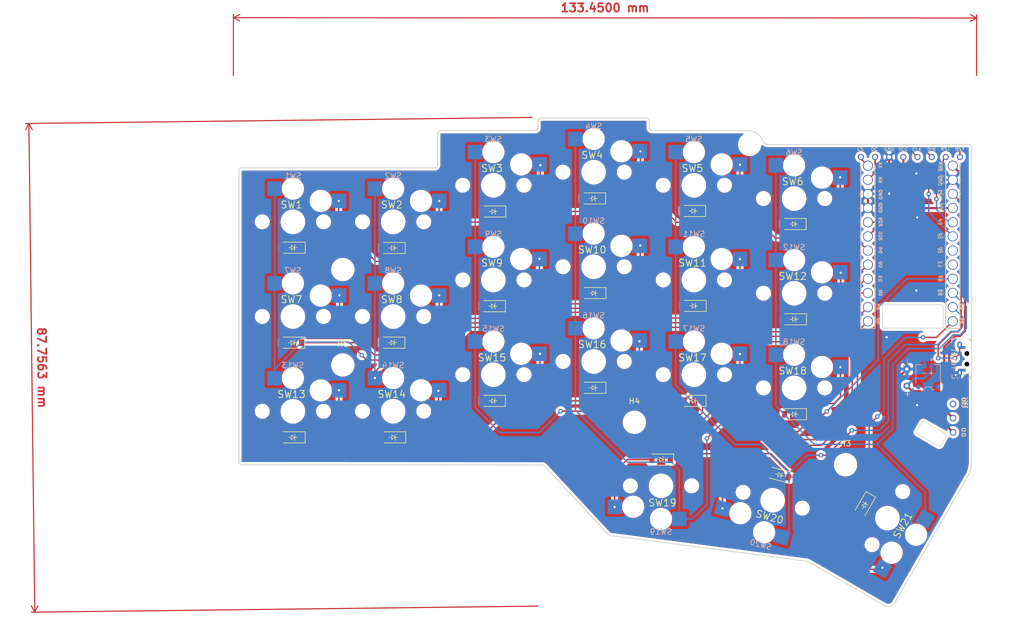
<source format=kicad_pcb>
(kicad_pcb (version 20211014) (generator pcbnew)
  (layers (0 "F.Cu" signal) (31 "B.Cu" signal) (34 "B.Paste" user) (35 "F.Paste" user) (36 "B.SilkS" user "B.Silkscreen") (37 "F.SilkS" user "F.Silkscreen") (38 "B.Mask" user) (39 "F.Mask" user) (44 "Edge.Cuts" user))
  (net 0 "")
  (net 1 "VBat")
  (net 2 "GND")
  (net 3 "row1")
  (net 4 "Net-(D1-Pad2)")
  (net 5 "Net-(D2-Pad2)")
  (net 6 "Net-(D3-Pad2)")
  (net 7 "Net-(D4-Pad2)")
  (net 8 "Net-(D5-Pad2)")
  (net 9 "Net-(D6-Pad2)")
  (net 10 "row2")
  (net 11 "Net-(D7-Pad2)")
  (net 12 "Net-(D8-Pad2)")
  (net 13 "Net-(D9-Pad2)")
  (net 14 "Net-(D10-Pad2)")
  (net 15 "Net-(D11-Pad2)")
  (net 16 "Net-(D12-Pad2)")
  (net 17 "row3")
  (net 18 "Net-(D13-Pad2)")
  (net 19 "Net-(D14-Pad2)")
  (net 20 "Net-(D15-Pad2)")
  (net 21 "Net-(D16-Pad2)")
  (net 22 "Net-(D17-Pad2)")
  (net 23 "Net-(D18-Pad2)")
  (net 24 "row4")
  (net 25 "Net-(D19-Pad2)")
  (net 26 "Net-(D20-Pad2)")
  (net 27 "Net-(D21-Pad2)")
  (net 28 "bsy")
  (net 29 "clk")
  (net 30 "cs")
  (net 31 "dc")
  (net 32 "din")
  (net 33 "rst")
  (net 34 "VCC")
  (net 35 "col1")
  (net 36 "col2")
  (net 37 "col3")
  (net 38 "col4")
  (net 39 "col5")
  (net 40 "col6")
  (net 42 "VRaw")
  (net 43 "reset")
  (footprint "MountingHole:MountingHole_3.2mm_M3_DIN965" (layer "F.Cu") (at 149.45 108.95)
    (fp_text reference "H4")
    (fp_text value "MountingHole")
  )
  (footprint "mylib:Diode" (layer "F.Cu") (at 88.1 77.6 180)
    (fp_text reference "D1" hide)
    (fp_text value "1N4148W" hide)
  )
  (footprint "mylib:Diode" (layer "F.Cu") (at 178.1 90.45 180)
    (fp_text reference "D12" hide)
    (fp_text value "1N4148W" hide)
  )
  (footprint "mylib:Kailh_Choc_Hotplug" (layer "F.Cu") (at 142.132 64.029069)
    (fp_text reference "SW4")
    (fp_text value "SW_PUSH-kbd" hide)
  )
  (footprint "mylib:Kailh_Choc_Hotplug" (layer "F.Cu") (at 178.132 68.769069)
    (fp_text reference "SW6")
    (fp_text value "SW_PUSH-kbd" hide)
  )
  (footprint "mylib:Kailh_Choc_Hotplug" (layer "F.Cu") (at 88.132 106.969069)
    (fp_text reference "SW13")
    (fp_text value "SW_PUSH-kbd" hide)
  )
  (footprint "mylib:Kailh_Choc_Hotplug" (layer "F.Cu") (at 88.132 89.949069)
    (fp_text reference "SW7")
    (fp_text value "SW_PUSH-kbd" hide)
  )
  (footprint "mylib:SW_Reset_vertical" (layer "F.Cu") (at 210.005 97.55 -90)
    (fp_text reference "SW_Reset1" hide)
    (fp_text value "SW_RESET-kbd" hide)
  )
  (footprint "mylib:Diode" (layer "F.Cu") (at 178.05 73.35 180)
    (fp_text reference "D6" hide)
    (fp_text value "1N4148W" hide)
  )
  (footprint "mylib:Kailh_Choc_Hotplug" (layer "F.Cu") (at 160.132 66.389069)
    (fp_text reference "SW5")
    (fp_text value "SW_PUSH-kbd" hide)
  )
  (footprint "mylib:Diode" (layer "F.Cu") (at 124.05 88.1 180)
    (fp_text reference "D9" hide)
    (fp_text value "1N4148W" hide)
  )
  (footprint "mylib:Kailh_Choc_Hotplug" (layer "F.Cu") (at 178.132 85.769069)
    (fp_text reference "SW12")
    (fp_text value "SW_PUSH-kbd" hide)
  )
  (footprint "mylib:Diode" (layer "F.Cu") (at 124.05 105.1 180)
    (fp_text reference "D15" hide)
    (fp_text value "1N4148W" hide)
  )
  (footprint "mylib:Diode" (layer "F.Cu") (at 124.1 71.1 180)
    (fp_text reference "D3" hide)
    (fp_text value "1N4148W" hide)
  )
  (footprint "mylib:Diode" (layer "F.Cu") (at 106.15 111.65 180)
    (fp_text reference "D14" hide)
    (fp_text value "1N4148W" hide)
  )
  (footprint "mylib:Kailh_Choc_Hotplug" (layer "F.Cu") (at 88.132 72.949069)
    (fp_text reference "SW1")
    (fp_text value "SW_PUSH-kbd" hide)
  )
  (footprint "mylib:Kailh_Choc_Hotplug" (layer "F.Cu") (at 160.132 100.394069)
    (fp_text reference "SW17")
    (fp_text value "SW_PUSH-kbd" hide)
  )
  (footprint "MountingHole:MountingHole_3.2mm_M3_DIN965" (layer "F.Cu") (at 97.092 81.519069)
    (fp_text reference "H1" hide)
    (fp_text value "MountingHole" hide)
  )
  (footprint "mylib:Kailh_Choc_Hotplug" (layer "F.Cu") (at 174.282 122.949069 165)
    (fp_text reference "SW20")
    (fp_text value "SW_PUSH-kbd" hide)
  )
  (footprint "mylib:Kailh_Choc_Hotplug" (layer "F.Cu") (at 154.232 120.359069 180)
    (fp_text reference "SW19")
    (fp_text value "SW_PUSH-kbd" hide)
  )
  (footprint "mylib:Kailh_Choc_Hotplug" (layer "F.Cu") (at 124.132 100.394069)
    (fp_text reference "SW15")
    (fp_text value "SW_PUSH-kbd" hide)
  )
  (footprint "mylib:Diode" (layer "F.Cu") (at 142.1 102.75 180)
    (fp_text reference "D16" hide)
    (fp_text value "1N4148W" hide)
  )
  (footprint "MountingHole:MountingHole_3.2mm_M3_DIN965" (layer "F.Cu") (at 170.15 59.05)
    (fp_text reference "H2" hide)
    (fp_text value "MountingHole" hide)
  )
  (footprint "mylib:Kailh_Choc_Hotplug" (layer "F.Cu") (at 106.132 106.954069)
    (fp_text reference "SW14")
    (fp_text value "SW_PUSH-kbd" hide)
  )
  (footprint "mylib:Diode" (layer "F.Cu") (at 88.05 94.65 180)
    (fp_text reference "D7" hide)
    (fp_text value "1N4148W" hide)
  )
  (footprint "mylib:Diode" (layer "F.Cu") (at 88.1 111.65 180)
    (fp_text reference "D13" hide)
    (fp_text value "1N4148W" hide)
  )
  (footprint "mylib:ProMicro_BackMount" (layer "F.Cu") (at 199 76.8375)
    (fp_text reference "U1" hide)
    (fp_text value "ProMicro-kbd")
    (fp_line (start -4.7 11) (end 5.6 11) (layer "Edge.Cuts") (width 0.12))
    (fp_line (start 5.9 11.3) (end 5.9 14.9) (layer "Edge.Cuts") (width 0.12))
    (fp_line (start -4.7 15.2) (end 5.6 15.2) (layer "Edge.Cuts") (width 0.12))
    (fp_line (start -5 11.3) (end -5 14.9) (layer "Edge.Cuts") (width 0.12))
    (fp_arc (start -5 11.3) (mid -4.912132 11.087868) (end -4.7 11) (layer "Edge.Cuts") (width 0.12))
    (fp_arc (start -4.7 15.2) (mid -4.912132 15.112132) (end -5 14.9) (layer "Edge.Cuts") (width 0.12))
    (fp_arc (start 5.9 14.9) (mid 5.812132 15.112132) (end 5.6 15.2) (layer "Edge.Cuts") (width 0.12))
    (fp_arc (start 5.6 11) (mid 5.812132 11.087868) (end 5.9 11.3) (layer "Edge.Cuts") (width 0.12))
  )
  (footprint "mylib:Kailh_Choc_Hotplug" (layer "F.Cu") (at 194.882 126.159069 -120)
    (fp_text reference "SW21")
    (fp_text value "SW_PUSH-kbd" hide)
  )
  (footprint "mylib:Diode" (layer "F.Cu") (at 142.1 85.75 180)
    (fp_text reference "D10" hide)
    (fp_text value "1N4148W" hide)
  )
  (footprint "mylib:Kailh_Choc_Hotplug" (layer "F.Cu") (at 142.132 98.019069)
    (fp_text reference "SW16")
    (fp_text value "SW_PUSH-kbd" hide)
  )
  (footprint "mylib:Diode" (layer "F.Cu") (at 106.05 77.65 180)
    (fp_text reference "D2" hide)
    (fp_text value "1N4148W" hide)
  )
  (footprint "mylib:Diode" (layer "F.Cu") (at 190.775 123.828942 -120)
    (fp_text reference "D21" hide)
    (fp_text value "1N4148W" hide)
  )
  (footprint "mylib:Kailh_Choc_Hotplug" (layer "F.Cu") (at 106.132 89.949069)
    (fp_text reference "SW8")
    (fp_text value "SW_PUSH-kbd" hide)
  )
  (footprint "mylib:Diode" (layer "F.Cu") (at 175.5 118.4 165)
    (fp_text reference "D20" hide)
    (fp_text value "1N4148W" hide)
  )
  (footprint "mylib:Kailh_Choc_Hotplug" (layer "F.Cu") (at 142.132 81.019069)
    (fp_text reference "SW10")
    (fp_text value "SW_PUSH-kbd" hide)
  )
  (footprint "mylib:Diode" (layer "F.Cu") (at 142.05 68.75 180)
    (fp_text reference "D4" hide)
    (fp_text value "1N4148W" hide)
  )
  (footprint "mylib:Diode" (layer "F.Cu") (at 160.05 105.1 180)
    (fp_text reference "D17" hide)
    (fp_text value "1N4148W" hide)
  )
  (footprint "MountingHole:MountingHole_3.2mm_M3_DIN965" (layer "F.Cu") (at 97.092 98.659069)
    (fp_text reference "H5")
    (fp_text value "MountingHole")
  )
  (footprint "mylib:Diode" (layer "F.Cu") (at 154.25 115.65 180)
    (fp_text reference "D19" hide)
    (fp_text value "1N4148W" hide)
  )
  (footprint "mylib:Kailh_Choc_Hotplug" (layer "F.Cu") (at 178.132 102.769069)
    (fp_text reference "SW18")
    (fp_text value "SW_PUSH-kbd" hide)
  )
  (footprint "mylib:Battery_pads_reversible" (layer "F.Cu") (at 198.375 100.9 90)
    (fp_text reference "Bat_main1" hide)
    (fp_text value "Conn_Battery_solderable" hide)
  )
  (footprint "mylib:Kailh_Choc_Hotplug" (layer "F.Cu") (at 124.132 66.389069)
    (fp_text reference "SW3")
    (fp_text value "SW_PUSH-kbd" hide)
  )
  (footprint "mylib:Diode" (layer "F.Cu") (at 160 71 180)
    (fp_text reference "D5" hide)
    (fp_text value "1N4148W" hide)
  )
  (footprint "MountingHole:MountingHole_3.2mm_M3_DIN965" (layer "F.Cu") (at 187.362 116.569069)
    (fp_text reference "H3")
    (fp_text value "MountingHole")
  )
  (footprint "mylib:Kailh_Choc_Hotplug" (layer "F.Cu") (at 124.132 83.389069)
    (fp_text reference "SW9")
    (fp_text value "SW_PUSH-kbd" hide)
  )
  (footprint "mylib:Diode" (layer "F.Cu") (at 106 94.65 180)
    (fp_text reference "D8" hide)
    (fp_text value "1N4148W" hide)
  )
  (footprint "mylib:Diode" (layer "F.Cu") (at 160.1 88.05 180)
    (fp_text reference "D11" hide)
    (fp_text value "1N4148W" hide)
  )
  (footprint "mylib:SW_BSI10" (layer "F.Cu") (at 209.975 108.204 -90)
    (fp_text reference "SW_Power1" hide)
    (fp_text value "SW_Battery-kbd" hide)
  )
  (footprint "mylib:Conn_EPD" (layer "F.Cu") (at 199 61.976 180)
    (fp_text reference "Display1" hide)
    (fp_text value "Conn_Display_general" hide)
  )
  (footprint "mylib:Diode" (layer "F.Cu") (at 178.1 107.5 180)
    (fp_text reference "D18" hide)
    (fp_text value "1N4148W" hide)
  )
  (footprint "mylib:Kailh_Choc_Hotplug" (layer "F.Cu") (at 160.132 83.389069)
    (fp_text reference "SW11")
    (fp_text value "SW_PUSH-kbd" hide)
  )
  (footprint "mylib:Kailh_Choc_Hotplug" (layer "F.Cu") (at 106.132 72.949069)
    (fp_text reference "SW2")
    (fp_text value "SW_PUSH-kbd" hide)
  )
  (footprint "Connector_JST:JST_ACH_BM02B-ACHSS-GAN-ETF_1x02-1MP_P1.20mm_Vertical" (layer "B.Cu") (at 202.2 100.7 180)
    (fp_text reference "Bat_backup1" hide)
    (fp_text value "Conn_Battery_solderable" hide)
  )
  (gr_line (start 151.61152 54.313089) (end 132.65152 54.313089) (layer "Edge.Cuts") (width 0.15))
  (gr_line (start 196.172 141.419069) (end 209.58 118.13) (layer "Edge.Cuts") (width 0.15))
  (gr_line (start 131.65152 56.563089) (end 114.62152 56.563089) (layer "Edge.Cuts") (width 0.15))
  (gr_arc (start 132.922 116.609069) (mid 133.100083 116.641855) (end 133.254807 116.735921) (layer "Edge.Cuts") (width 0.15))
  (gr_arc (start 78.432 63.759069) (mid 78.578447 63.405516) (end 78.932 63.259069) (layer "Edge.Cuts") (width 0.15))
  (gr_arc (start 145.067863 129.274046) (mid 144.918921 129.22251) (end 144.792 129.129069) (layer "Edge.Cuts") (width 0.15))
  (gr_arc (start 196.172 141.419069) (mid 195.286806 142.009186) (end 194.243988 141.79856) (layer "Edge.Cuts") (width 0.15))
  (gr_line (start 133.254807 116.735921) (end 144.792 129.129069) (layer "Edge.Cuts") (width 0.15))
  (gr_arc (start 151.61152 54.313089) (mid 151.965064 54.459542) (end 152.11152 54.813089) (layer "Edge.Cuts") (width 0.15))
  (gr_arc (start 180.032076 133.843433) (mid 180.362471 133.892245) (end 180.68652 133.973089) (layer "Edge.Cuts") (width 0.15))
  (gr_arc (start 78.932 116.579069) (mid 78.578458 116.432621) (end 78.432 116.079069) (layer "Edge.Cuts") (width 0.15))
  (gr_line (start 152.11152 56.063089) (end 152.11152 54.813089) (layer "Edge.Cuts") (width 0.15))
  (gr_arc (start 204.525 113.05) (mid 204.31048 113.238873) (end 204.025 113.225) (layer "Edge.Cuts") (width 0.1))
  (gr_line (start 200.125 110.55) (end 201.05 108.95) (layer "Edge.Cuts") (width 0.1))
  (gr_line (start 169.62152 56.563089) (end 152.61152 56.563089) (layer "Edge.Cuts") (width 0.15))
  (gr_line (start 132.922 116.609069) (end 78.932 116.579069) (layer "Edge.Cuts") (width 0.15))
  (gr_line (start 145.067863 129.274046) (end 180.032076 133.843433) (layer "Edge.Cuts") (width 0.15))
  (gr_arc (start 209.999999 116) (mid 209.891408 117.084995) (end 209.58 118.13) (layer "Edge.Cuts") (width 0.15))
  (gr_line (start 78.432 63.759069) (end 78.432 116.079069) (layer "Edge.Cuts") (width 0.15))
  (gr_line (start 205.37 111.51) (end 204.525 113.05) (layer "Edge.Cuts") (width 0.1))
  (gr_arc (start 209.5 59.049069) (mid 209.853529 59.19552) (end 210 59.549069) (layer "Edge.Cuts") (width 0.15))
  (gr_arc (start 169.62152 56.563089) (mid 171.385948 57.040653) (end 172.55 58.45) (layer "Edge.Cuts") (width 0.15))
  (gr_arc (start 205.27 110.98) (mid 205.446274 111.221175) (end 205.37 111.51) (layer "Edge.Cuts") (width 0.1))
  (gr_line (start 204.025 113.225) (end 200.15 110.95) (layer "Edge.Cuts") (width 0.1))
  (gr_arc (start 132.15152 56.063089) (mid 132.005078 56.416657) (end 131.65152 56.563089) (layer "Edge.Cuts") (width 0.15))
  (gr_line (start 132.15152 54.813089) (end 132.15152 56.063089) (layer "Edge.Cuts") (width 0.15))
  (gr_arc (start 152.61152 56.563089) (mid 152.257958 56.416649) (end 152.11152 56.063089) (layer "Edge.Cuts") (width 0.15))
  (gr_arc (start 114.112 62.759069) (mid 113.965564 63.112642) (end 113.612 63.259069) (layer "Edge.Cuts") (width 0.15))
  (gr_arc (start 132.15152 54.813089) (mid 132.297972 54.45955) (end 132.65152 54.313089) (layer "Edge.Cuts") (width 0.15))
  (gr_arc (start 173.5 59.05) (mid 172.931588 58.897903) (end 172.55 58.45) (layer "Edge.Cuts") (width 0.15))
  (gr_line (start 210 59.549069) (end 210 116) (layer "Edge.Cuts") (width 0.15))
  (gr_line (start 209.5 59.049069) (end 173.5 59.05) (layer "Edge.Cuts") (width 0.15))
  (gr_arc (start 114.12152 57.063089) (mid 114.267972 56.70955) (end 114.62152 56.563089) (layer "Edge.Cuts") (width 0.15))
  (gr_line (start 180.68652 133.973089) (end 194.243988 141.79856) (layer "Edge.Cuts") (width 0.15))
  (gr_line (start 113.612 63.259069) (end 78.932 63.259069) (layer "Edge.Cuts") (width 0.15))
  (gr_line (start 201.5 108.825) (end 205.27 110.98) (layer "Edge.Cuts") (width 0.1))
  (gr_arc (start 201.05 108.95) (mid 201.249912 108.797185) (end 201.5 108.825) (layer "Edge.Cuts") (width 0.1))
  (gr_arc (start 200.15 110.95) (mid 200.066528 110.754435) (end 200.125 110.55) (layer "Edge.Cuts") (width 0.1))
  (gr_line (start 114.12152 57.063089) (end 114.112 62.759069) (layer "Edge.Cuts") (width 0.15))
  (dimension (type aligned) (layer "F.Cu") (pts (xy 77.45 47.15) (xy 210.9 47.2)) (height -10.850036) (gr_text "133.4500 mm" (at 144.179739 34.524965 359.9785329) (layer "F.Cu") (effects (font (size 1.5 1.5) (thickness 0.3)))) (format (units 3) (units_format 1) (precision 4)) (style (thickness 0.2) (arrow_length 1.27) (text_position_mode 0) (extension_height 0.58642) (extension_offset 0.5) keep_text_aligned))
  (dimension (type aligned) (layer "F.Cu") (pts (xy 131.6 54.2) (xy 132.65 141.95)) (height 90.877767) (gr_text "87.7563 mm" (at 43.053609 99.140811 270.6855578) (layer "F.Cu") (effects (font (size 1.5 1.5) (thickness 0.3)))) (format (units 3) (units_format 1) (precision 4)) (style (thickness 0.2) (arrow_length 1.27) (text_position_mode 0) (extension_height 0.58642) (extension_offset 0.5) keep_text_aligned))
  (segment (start 199.325 103.35) (end 200.75 103.35) (width 0.4) (layer "F.Cu") (net 1))
  (segment (start 200.75 103.35) (end 202.2 104.8) (width 0.4) (layer "F.Cu") (net 1))
  (segment (start 202.2 106.269) (end 206.675 110.744) (width 0.4) (layer "F.Cu") (net 1))
  (segment (start 202.2 104.8) (end 202.2 106.269) (width 0.4) (layer "F.Cu") (net 1))
  (segment (start 198.375 102.4) (end 199.325 103.35) (width 0.4) (layer "F.Cu") (net 1))
  (segment (start 198.375 102.4) (end 199.7 101.075) (width 0.4) (layer "B.Cu") (net 1))
  (segment (start 199.7 101.075) (end 201.475 101.075) (width 0.4) (layer "B.Cu") (net 1))
  (segment (start 202.8 99.75) (end 202.8 98.825) (width 0.4) (layer "B.Cu") (net 1))
  (segment (start 201.475 101.075) (end 202.8 99.75) (width 0.4) (layer "B.Cu") (net 1))
  (segment (start 193.2 87.35) (end 193.2 93.5) (width 0.4) (layer "F.Cu") (net 2))
  (segment (start 191.38 67.9475) (end 191.38 70.4875) (width 0.4) (layer "F.Cu") (net 2))
  (segment (start 198.425 105.875) (end 196.675 104.125) (width 0.4) (layer "F.Cu") (net 2))
  (segment (start 200.225 105.875) (end 198.425 105.875) (width 0.4) (layer "F.Cu") (net 2))
  (segment (start 193.2 93.5) (end 198.375 98.675) (width 0.4) (layer "F.Cu") (net 2))
  (segment (start 195.208 67.892) (end 195.2 67.9) (width 0.4) (layer "F.Cu") (net 2))
  (segment (start 196.675 101.1) (end 198.375 99.4) (width 0.4) (layer "F.Cu") (net 2))
  (segment (start 196.675 104.125) (end 196.675 101.1) (width 0.4) (layer "F.Cu") (net 2))
  (segment (start 198.375 98.675) (end 198.375 99.4) (width 0.4) (layer "F.Cu") (net 2))
  (segment (start 200.25 80.3) (end 193.2 87.35) (width 0.4) (layer "F.Cu") (net 2))
  (segment (start 195.208 61.316) (end 195.208 67.892) (width 0.4) (layer "F.Cu") (net 2))
  (segment (start 200.25 72.15) (end 200.25 80.3) (width 0.4) (layer "F.Cu") (net 2))
  (via (at 200.075 64.275) (size 0.8) (drill 0.4) (layers "F.Cu" "B.Cu") (net 2))
  (via (at 195.2 67.9) (size 0.8) (drill 0.4) (layers "F.Cu" "B.Cu") (net 2))
  (via (at 200.25 72.15) (size 0.8) (drill 0.4) (layers "F.Cu" "B.Cu") (net 2))
  (via (at 194.75 93.675) (size 0.8) (drill 0.4) (layers "F.Cu" "B.Cu") (net 2))
  (via (at 200.075 85.275) (size 0.8) (drill 0.4) (layers "F.Cu" "B.Cu") (net 2))
  (via (at 200.225 105.875) (size 0.8) (drill 0.4) (layers "F.Cu" "B.Cu") (net 2))
  (segment (start 199.75 67.9) (end 200.25 67.4) (width 0.4) (layer "B.Cu") (net 2))
  (segment (start 195.2 67.9) (end 191.4275 67.9) (width 0.4) (layer "B.Cu") (net 2))
  (segment (start 195.2 67.9) (end 199.75 67.9) (width 0.4) (layer "B.Cu") (net 2))
  (segment (start 198.375 99.4) (end 198.425 99.35) (width 0.4) (layer "B.Cu") (net 2))
  (segment (start 207.855 100.25) (end 202.23 105.875) (width 0.4) (layer "B.Cu") (net 2))
  (segment (start 202.2425 65.4075) (end 206.62 65.4075) (width 0.4) (layer "B.Cu") (net 2))
  (segment (start 202.23 105.875) (end 200.225 105.875) (width 0.4) (layer "B.Cu") (net 2))
  (segment (start 200.25 67.4) (end 202.2425 65.4075) (width 0.4) (layer "B.Cu") (net 2))
  (segment (start 200.25 72.15) (end 200.25 67.4) (width 0.4) (layer "B.Cu") (net 2))
  (segment (start 201.075 99.35) (end 201.6 98.825) (width 0.4) (layer "B.Cu") (net 2))
  (segment (start 191.4275 67.9) (end 191.38 67.9475) (width 0.4) (layer "B.Cu") (net 2))
  (segment (start 207.855 100.05) (end 207.855 100.25) (width 0.4) (layer "B.Cu") (net 2))
  (segment (start 198.425 99.35) (end 201.075 99.35) (width 0.4) (layer "B.Cu") (net 2))
  (segment (start 114.7 77.65) (end 119.35 73) (width 0.25) (layer "F.Cu") (net 3))
  (segment (start 106.85 80.05) (end 107.7 79.2) (width 0.25) (layer "F.Cu") (net 3))
  (segment (start 125.75 71.1) (end 143.05 71.1) (width 0.25) (layer "F.Cu") (net 3))
  (segment (start 89.75 77.6) (end 100.55 77.6) (width 0.25) (layer "F.Cu") (net 3))
  (segment (start 143.7 68.75) (end 152.75 68.75) (width 0.25) (layer "F.Cu") (net 3))
  (segment (start 143.05 71.1) (end 143.7 70.45) (width 0.25) (layer "F.Cu") (net 3))
  (segment (start 169.9 71) (end 174.75 75.85) (width 0.25) (layer "F.Cu") (net 3))
  (segment (start 125.75 72.7) (end 125.75 71.1) (width 0.25) (layer "F.Cu") (net 3))
  (segment (start 100.55 77.6) (end 103 80.05) (width 0.25) (layer "F.Cu") (net 3))
  (segment (start 179.7 75) (end 179.7 73.35) (width 0.25) (layer "F.Cu") (net 3))
  (segment (start 107.7 79.2) (end 107.7 77.65) (width 0.25) (layer "F.Cu") (net 3))
  (segment (start 174.75 75.85) (end 178.85 75.85) (width 0.25) (layer "F.Cu") (net 3))
  (segment (start 161.65 71) (end 169.9 71) (width 0.25) (layer "F.Cu") (net 3))
  (segment (start 152.75 68.75) (end 157.05 73.05) (width 0.25) (layer "F.Cu") (net 3))
  (segment (start 161.15 73.05) (end 161.65 72.55) (width 0.25) (layer "F.Cu") (net 3))
  (segment (start 186.6225 73.35) (end 191.38 78.1075) (width 0.25) (layer "F.Cu") (net 3))
  (segment (start 107.7 77.65) (end 114.7 77.65) (width 0.25) (layer "F.Cu") (net 3))
  (segment (start 125.45 73) (end 125.75 72.7) (width 0.25) (layer "F.Cu") (net 3))
  (segment (start 119.35 73) (end 125.45 73) (width 0.25) (layer "F.Cu") (net 3))
  (segment (start 178.85 75.85) (end 179.7 75) (width 0.25) (layer "F.Cu") (net 3))
  (segment (start 103 80.05) (end 106.85 80.05) (width 0.25) (layer "F.Cu") (net 3))
  (segment (start 179.7 73.35) (end 186.6225 73.35) (width 0.25) (layer "F.Cu") (net 3))
  (segment (start 143.7 70.45) (end 143.7 68.75) (width 0.25) (layer "F.Cu") (net 3))
  (segment (start 161.65 72.55) (end 161.65 71) (width 0.25) (layer "F.Cu") (net 3))
  (segment (start 157.05 73.05) (end 161.15 73.05) (width 0.25) (layer "F.Cu") (net 3))
  (segment (start 86.45 76.45) (end 86.45 77.6) (width 0.25) (layer "F.Cu") (net 4))
  (segment (start 96.35 69.2) (end 96.35 73.675) (width 0.25) (layer "F.Cu") (net 4))
  (segment (start 96.35 73.675) (end 94.325 75.7) (width 0.25) (layer "F.Cu") (net 4))
  (segment (start 94.325 75.7) (end 87.2 75.7) (width 0.25) (layer "F.Cu") (net 4))
  (segment (start 87.2 75.7) (end 86.45 76.45) (width 0.25) (layer "F.Cu") (net 4))
  (via (at 96.35 69.2) (size 0.8) (drill 0.4) (layers "F.Cu" "B.Cu") (net 4))
  (segment (start 96.350931 69.199069) (end 96.35 69.2) (width 0.25) (layer "B.Cu") (net 4))
  (segment (start 96.407 69.199069) (end 96.350931 69.199069) (width 0.25) (layer "B.Cu") (net 4))
  (segment (start 113.55 75.75) (end 105.45 75.75) (width 0.25) (layer "F.Cu") (net 5))
  (segment (start 105.45 75.75) (end 104.4 76.8) (width 0.25) (layer "F.Cu") (net 5))
  (segment (start 114.4 74.9) (end 113.55 75.75) (width 0.25) (layer "F.Cu") (net 5))
  (segment (start 104.4 76.8) (end 104.4 77.65) (width 0.25) (layer "F.Cu") (net 5))
  (segment (start 114.4 69.2) (end 114.4 74.9) (width 0.25) (layer "F.Cu") (net 5))
  (via (at 114.4 69.2) (size 0.8) (drill 0.4) (layers "F.Cu" "B.Cu") (net 5))
  (segment (start 114.407 69.199069) (end 114.400931 69.199069) (width 0.25) (layer "B.Cu") (net 5))
  (segment (start 114.400931 69.199069) (end 114.4 69.2) (width 0.25) (layer "B.Cu") (net 5))
  (segment (start 124.2 69.35) (end 122.45 71.1) (width 0.25) (layer "F.Cu") (net 6))
  (segment (start 131.9 69.35) (end 124.2 69.35) (width 0.25) (layer "F.Cu") (net 6))
  (segment (start 132.55 62.8) (end 132.55 68.7) (width 0.25) (layer "F.Cu") (net 6))
  (segment (start 132.55 68.7) (end 131.9 69.35) (width 0.25) (layer "F.Cu") (net 6))
  (via (at 132.55 62.8) (size 0.8) (drill 0.4) (layers "F.Cu" "B.Cu") (net 6))
  (segment (start 132.407 62.657) (end 132.55 62.8) (width 0.25) (layer "B.Cu") (net 6))
  (segment (start 132.407 62.639069) (end 132.407 62.657) (width 0.25) (layer "B.Cu") (net 6))
  (segment (start 150.55 60.3) (end 150.55 65.75) (width 0.25) (layer "F.Cu") (net 7))
  (segment (start 142.4 66.75) (end 140.4 68.75) (width 0.25) (layer "F.Cu") (net 7))
  (segment (start 150.55 65.75) (end 149.55 66.75) (width 0.25) (layer "F.Cu") (net 7))
  (segment (start 149.55 66.75) (end 142.4 66.75) (width 0.25) (layer "F.Cu") (net 7))
  (via (at 150.55 60.3) (size 0.8) (drill 0.4) (layers "F.Cu" "B.Cu") (net 7))
  (segment (start 150.529069 60.279069) (end 150.55 60.3) (width 0.25) (layer "B.Cu") (net 7))
  (segment (start 150.407 60.279069) (end 150.529069 60.279069) (width 0.25) (layer "B.Cu") (net 7))
  (segment (start 167.45 69.25) (end 160.1 69.25) (width 0.25) (layer "F.Cu") (net 8))
  (segment (start 168.4 62.7) (end 168.4 68.3) (width 0.25) (layer "F.Cu") (net 8))
  (segment (start 168.4 68.3) (end 167.45 69.25) (width 0.25) (layer "F.Cu") (net 8))
  (segment (start 160.1 69.25) (end 158.35 71) (width 0.25) (layer "F.Cu") (net 8))
  (via (at 168.4 62.7) (size 0.8) (drill 0.4) (layers "F.Cu" "B.Cu") (net 8))
  (segment (start 168.407 62.639069) (end 168.407 62.693) (width 0.25) (layer "B.Cu") (net 8))
  (segment (start 168.407 62.693) (end 168.4 62.7) (width 0.25) (layer "B.Cu") (net 8))
  (segment (start 186.4 64.95) (end 186.4 70.8) (width 0.25) (layer "F.Cu") (net 9))
  (segment (start 178.15 71.6) (end 176.4 73.35) (width 0.25) (layer "F.Cu") (net 9))
  (segment (start 185.6 71.6) (end 178.15 71.6) (width 0.25) (layer "F.Cu") (net 9))
  (segment (start 186.4 70.8) (end 185.6 71.6) (width 0.25) (layer "F.Cu") (net 9))
  (via (at 186.4 64.95) (size 0.8) (drill 0.4) (layers "F.Cu" "B.Cu") (net 9))
  (segment (start 186.407 64.957) (end 186.4 64.95) (width 0.25) (layer "B.Cu") (net 9))
  (segment (start 186.407 65.019069) (end 186.407 64.957) (width 0.25) (layer "B.Cu") (net 9))
  (segment (start 169 88.05) (end 173.65 92.7) (width 0.25) (layer "F.Cu") (net 10))
  (segment (start 125.7 88.1) (end 126.125 87.675) (width 0.25) (layer "F.Cu") (net 10))
  (segment (start 184.425 88.6) (end 188.975 84.05) (width 0.25) (layer "F.Cu") (net 10))
  (segment (start 102.775 96.875) (end 105.425 96.875) (width 0.25) (layer "F.Cu") (net 10))
  (segment (start 160.675 90.225) (end 161.75 89.15) (width 0.25) (layer "F.Cu") (net 10))
  (segment (start 161.75 89.15) (end 161.75 88.05) (width 0.25) (layer "F.Cu") (net 10))
  (segment (start 148.7 85.75) (end 153.175 90.225) (width 0.25) (layer "F.Cu") (net 10))
  (segment (start 126.125 87.675) (end 141.825 87.675) (width 0.25) (layer "F.Cu") (net 10))
  (segment (start 188.975 83.0525) (end 191.38 80.6475) (width 0.25) (layer "F.Cu") (net 10))
  (segment (start 173.65 92.7) (end 178.775 92.7) (width 0.25) (layer "F.Cu") (net 10))
  (segment (start 105.425 96.875) (end 107.65 94.65) (width 0.25) (layer "F.Cu") (net 10))
  (segment (start 161.75 88.05) (end 169 88.05) (width 0.25) (layer "F.Cu") (net 10))
  (segment (start 182.75 88.6) (end 184.425 88.6) (width 0.25) (layer "F.Cu") (net 10))
  (segment (start 89.7 94.65) (end 100.55 94.65) (width 0.25) (layer "F.Cu") (net 10))
  (segment (start 153.175 90.225) (end 160.675 90.225) (width 0.25) (layer "F.Cu") (net 10))
  (segment (start 118.45 90.3) (end 123.5 90.3) (width 0.25) (layer "F.Cu") (net 10))
  (segment (start 179.75 90.45) (end 180.9 90.45) (width 0.25) (layer "F.Cu") (net 10))
  (segment (start 141.825 87.675) (end 143.75 85.75) (width 0.25) (layer "F.Cu") (net 10))
  (segment (start 188.975 84.05) (end 188.975 83.0525) (width 0.25) (layer "F.Cu") (net 10))
  (segment (start 100.55 94.65) (end 102.775 96.875) (width 0.25) (layer "F.Cu") (net 10))
  (segment (start 178.775 92.7) (end 179.75 91.725) (width 0.25) (layer "F.Cu") (net 10))
  (segment (start 179.75 91.725) (end 179.75 90.45) (width 0.25) (layer "F.Cu") (net 10))
  (segment (start 180.9 90.45) (end 182.75 88.6) (width 0.25) (layer "F.Cu") (net 10))
  (segment (start 114.1 94.65) (end 118.45 90.3) (width 0.25) (layer "F.Cu") (net 10))
  (segment (start 143.75 85.75) (end 148.7 85.75) (width 0.25) (layer "F.Cu") (net 10))
  (segment (start 123.5 90.3) (end 125.7 88.1) (width 0.25) (layer "F.Cu") (net 10))
  (segment (start 107.65 94.65) (end 114.1 94.65) (width 0.25) (layer "F.Cu") (net 10))
  (segment (start 96.5 86.15) (end 96.5 91.05) (width 0.25) (layer "F.Cu") (net 11))
  (segment (start 96.5 91.05) (end 94.6 92.95) (width 0.25) (layer "F.Cu") (net 11))
  (segment (start 94.6 92.95) (end 87.55 92.95) (width 0.25) (layer "F.Cu") (net 11))
  (segment (start 86.4 94.1) (end 86.4 94.65) (width 0.25) (layer "F.Cu") (net 11))
  (segment (start 87.55 92.95) (end 86.4 94.1) (width 0.25) (layer "F.Cu") (net 11))
  (via (at 96.5 86.15) (size 0.8) (drill 0.4) (layers "F.Cu" "B.Cu") (net 11))
  (segment (start 112.8 92.8) (end 105.65 92.8) (width 0.25) (layer "F.Cu") (net 12))
  (segment (start 104.35 94.1) (end 104.35 94.65) (width 0.25) (layer "F.Cu") (net 12))
  (segment (start 114.4 86.15) (end 114.4 91.2) (width 0.25) (layer "F.Cu") (net 12))
  (segment (start 105.65 92.8) (end 104.35 94.1) (width 0.25) (layer "F.Cu") (net 12))
  (segment (start 114.4 91.2) (end 112.8 92.8) (width 0.25) (layer "F.Cu") (net 12))
  (via (at 114.4 86.15) (size 0.8) (drill 0.4) (layers "F.Cu" "B.Cu") (net 12))
  (segment (start 114.407 86.157) (end 114.4 86.15) (width 0.25) (layer "B.Cu") (net 12))
  (segment (start 114.407 86.199069) (end 114.407 86.157) (width 0.25) (layer "B.Cu") (net 12))
  (segment (start 131.2 86.45) (end 123.35 86.45) (width 0.25) (layer "F.Cu") (net 13))
  (segment (start 123.35 86.45) (end 122.4 87.4) (width 0.25) (layer "F.Cu") (net 13))
  (segment (start 122.4 87.4) (end 122.4 88.1) (width 0.25) (layer "F.Cu") (net 13))
  (segment (start 132.4 79.6) (end 132.4 85.25) (width 0.25) (layer "F.Cu") (net 13))
  (segment (start 132.4 85.25) (end 131.2 86.45) (width 0.25) (layer "F.Cu") (net 13))
  (via (at 132.4 79.6) (size 0.8) (drill 0.4) (layers "F.Cu" "B.Cu") (net 13))
  (segment (start 132.407 79.639069) (end 132.407 79.607) (width 0.25) (layer "B.Cu") (net 13))
  (segment (start 132.407 79.607) (end 132.4 79.6) (width 0.25) (layer "B.Cu") (net 13))
  (segment (start 149.7 84.15) (end 142.05 84.15) (width 0.25) (layer "F.Cu") (net 14))
  (segment (start 150.5 83.35) (end 149.7 84.15) (width 0.25) (layer "F.Cu") (net 14))
  (segment (start 150.5 77.2) (end 150.5 83.35) (width 0.25) (layer "F.Cu") (net 14))
  (segment (start 142.05 84.15) (end 140.45 85.75) (width 0.25) (layer "F.Cu") (net 14))
  (via (at 150.5 77.2) (size 0.8) (drill 0.4) (layers "F.Cu" "B.Cu") (net 14))
  (segment (start 150.430931 77.269069) (end 150.5 77.2) (width 0.25) (layer "B.Cu") (net 14))
  (segment (start 150.407 77.269069) (end 150.430931 77.269069) (width 0.25) (layer "B.Cu") (net 14))
  (segment (start 159.7 86.05) (end 158.45 87.3) (width 0.25) (layer "F.Cu") (net 15))
  (segment (start 166.7 86.05) (end 159.7 86.05) (width 0.25) (layer "F.Cu") (net 15))
  (segment (start 168.4 79.65) (end 168.4 84.35) (width 0.25) (layer "F.Cu") (net 15))
  (segment (start 158.45 87.3) (end 158.45 88.05) (width 0.25) (layer "F.Cu") (net 15))
  (segment (start 168.4 84.35) (end 166.7 86.05) (width 0.25) (layer "F.Cu") (net 15))
  (via (at 168.4 79.65) (size 0.8) (drill 0.4) (layers "F.Cu" "B.Cu") (net 15))
  (segment (start 168.407 79.639069) (end 168.407 79.643) (width 0.25) (layer "B.Cu") (net 15))
  (segment (start 168.407 79.643) (end 168.4 79.65) (width 0.25) (layer "B.Cu") (net 15))
  (segment (start 183.95 87.95) (end 178.95 87.95) (width 0.25) (layer "F.Cu") (net 16))
  (segment (start 186.5 85.4) (end 183.95 87.95) (width 0.25) (layer "F.Cu") (net 16))
  (segment (start 186.5 82.1) (end 186.5 85.4) (width 0.25) (layer "F.Cu") (net 16))
  (segment (start 178.95 87.95) (end 176.45 90.45) (width 0.25) (layer "F.Cu") (net 16))
  (via (at 186.5 82.1) (size 0.8) (drill 0.4) (layers "F.Cu" "B.Cu") (net 16))
  (segment (start 186.419069 82.019069) (end 186.5 82.1) (width 0.25) (layer "B.Cu") (net 16))
  (segment (start 186.407 82.019069) (end 186.419069 82.019069) (width 0.25) (layer "B.Cu") (net 16))
  (segment (start 143.75 102.75) (end 151.5 102.75) (width 0.25) (layer "F.Cu") (net 17))
  (segment (start 183.5 107.5) (end 184 107) (width 0.25) (layer "F.Cu") (net 17))
  (segment (start 161.7 105.1) (end 169.05 105.1) (width 0.25) (layer "F.Cu") (net 17))
  (segment (start 125.7 105.1) (end 141.4 105.1) (width 0.25) (layer "F.Cu") (net 17))
  (segment (start 122 111.65) (end 125.7 107.95) (width 0.25) (layer "F.Cu") (net 17))
  (segment (start 101.9 114.1) (end 106.45 114.1) (width 0.25) (layer "F.Cu") (net 17))
  (segment (start 125.7 107.95) (end 125.7 105.1) (width 0.25) (layer "F.Cu") (net 17))
  (segment (start 161.7 107.2) (end 161.7 105.1) (width 0.25) (layer "F.Cu") (net 17))
  (segment (start 106.45 114.1) (end 107.8 112.75) (width 0.25) (layer "F.Cu") (net 17))
  (segment (start 151.5 102.75) (end 156.6 107.85) (width 0.25) (layer "F.Cu") (net 17))
  (segment (start 179.75 107.5) (end 183.5 107.5) (width 0.25) (layer "F.Cu") (net 17))
  (segment (start 178.85 110.6) (end 179.75 109.7) (width 0.25) (layer "F.Cu") (net 17))
  (segment (start 107.8 112.75) (end 107.8 111.65) (width 0.25) (layer "F.Cu") (net 17))
  (segment (start 179.75 109.7) (end 179.75 107.5) (width 0.25) (layer "F.Cu") (net 17))
  (segment (start 89.75 111.65) (end 99.45 111.65) (width 0.25) (layer "F.Cu") (net 17))
  (segment (start 141.4 105.1) (end 143.75 102.75) (width 0.25) (layer "F.Cu") (net 17))
  (segment (start 169.05 105.1) (end 174.55 110.6) (width 0.25) (layer "F.Cu") (net 17))
  (segment (start 107.8 111.65) (end 122 111.65) (width 0.25) (layer "F.Cu") (net 17))
  (segment (start 99.45 111.65) (end 101.9 114.1) (width 0.25) (layer "F.Cu") (net 17))
  (segment (start 174.55 110.6) (end 178.85 110.6) (width 0.25) (layer "F.Cu") (net 17))
  (segment (start 156.6 107.85) (end 161.05 107.85) (width 0.25) (layer "F.Cu") (net 17))
  (segment (start 161.05 107.85) (end 161.7 107.2) (width 0.25) (layer "F.Cu") (net 17))
  (via (at 184 107) (size 0.8) (drill 0.4) (layers "F.Cu" "B.Cu") (net 17))
  (segment (start 198.3638 83.1875) (end 206.62 83.1875) (width 0.25) (layer "B.Cu") (net 17))
  (segment (start 193.25 97.75) (end 193.25 88.3013) (width 0.25) (layer "B.Cu") (net 17))
  (segment (start 193.25 88.3013) (end 198.3638 83.1875) (width 0.25) (layer "B.Cu") (net 17))
  (segment (start 184 107) (end 193.25 97.75) (width 0.25) (layer "B.Cu") (net 17))
  (segment (start 96.4 108.6) (end 95.1 109.9) (width 0.25) (layer "F.Cu") (net 18))
  (segment (start 86.45 111.15) (end 86.45 111.65) (width 0.25) (layer "F.Cu") (net 18))
  (segment (start 96.4 103.2) (end 96.4 108.6) (width 0.25) (layer "F.Cu") (net 18))
  (segment (start 87.7 109.9) (end 86.45 111.15) (width 0.25) (layer "F.Cu") (net 18))
  (segment (start 95.1 109.9) (end 87.7 109.9) (width 0.25) (layer "F.Cu") (net 18))
  (via (at 96.4 103.2) (size 0.8) (drill 0.4) (layers "F.Cu" "B.Cu") (net 18))
  (segment (start 96.407 103.219069) (end 96.407 103.207) (width 0.25) (layer "B.Cu") (net 18))
  (segment (start 96.407 103.207) (end 96.4 103.2) (width 0.25) (layer "B.Cu") (net 18))
  (segment (start 106.35 109.8) (end 104.5 111.65) (width 0.25) (layer "F.Cu") (net 19))
  (segment (start 114.25 108.75) (end 113.2 109.8) (width 0.25) (layer "F.Cu") (net 19))
  (segment (start 113.2 109.8) (end 106.35 109.8) (width 0.25) (layer "F.Cu") (net 19))
  (segment (start 114.25 103.3) (end 114.25 108.75) (width 0.25) (layer "F.Cu") (net 19))
  (via (at 114.25 103.3) (size 0.8) (drill 0.4) (layers "F.Cu" "B.Cu") (net 19))
  (segment (start 114.407 103.204069) (end 114.345931 103.204069) (width 0.25) (layer "B.Cu") (net 19))
  (segment (start 114.345931 103.204069) (end 114.25 103.3) (width 0.25) (layer "B.Cu") (net 19))
  (segment (start 130.85 103.3) (end 124.2 103.3) (width 0.25) (layer "F.Cu") (net 20))
  (segment (start 124.2 103.3) (end 122.4 105.1) (width 0.25) (layer "F.Cu") (net 20))
  (segment (start 132.5 101.65) (end 130.85 103.3) (width 0.25) (layer "F.Cu") (net 20))
  (segment (start 132.5 96.65) (end 132.5 101.65) (width 0.25) (layer "F.Cu") (net 20))
  (via (at 132.5 96.65) (size 0.8) (drill 0.4) (layers "F.Cu" "B.Cu") (net 20))
  (segment (start 132.494069 96.644069) (end 132.5 96.65) (width 0.25) (layer "B.Cu") (net 20))
  (segment (start 132.407 96.644069) (end 132.494069 96.644069) (width 0.25) (layer "B.Cu") (net 20))
  (segment (start 149.65 100.9) (end 142.3 100.9) (width 0.25) (layer "F.Cu") (net 21))
  (segment (start 150.35 100.2) (end 149.65 100.9) (width 0.25) (layer "F.Cu") (net 21))
  (segment (start 142.3 100.9) (end 140.45 102.75) (width 0.25) (layer "F.Cu") (net 21))
  (segment (start 150.35 94.4) (end 150.35 100.2) (width 0.25) (layer "F.Cu") (net 21))
  (via (at 150.35 94.4) (size 0.8) (drill 0.4) (layers "F.Cu" "B.Cu") (net 21))
  (segment (start 150.407 94.343) (end 150.35 94.4) (width 0.25) (layer "B.Cu") (net 21))
  (segment (start 150.407 94.269069) (end 150.407 94.343) (width 0.25) (layer "B.Cu") (net 21))
  (segment (start 168.4 102.55) (end 167.65 103.3) (width 0.25) (layer "F.Cu") (net 22))
  (segment (start 167.65 103.3) (end 160.2 103.3) (width 0.25) (layer "F.Cu") (net 22))
  (segment (start 168.4 96.7) (end 168.4 102.55) (width 0.25) (layer "F.Cu") (net 22))
  (segment (start 160.2 103.3) (end 158.4 105.1) (width 0.25) (layer "F.Cu") (net 22))
  (via (at 168.4 96.7) (size 0.8) (drill 0.4) (layers "F.Cu" "B.Cu") (net 22))
  (segment (start 168.407 96.644069) (end 168.407 96.693) (width 0.25) (layer "B.Cu") (net 22))
  (segment (start 168.407 96.693) (end 168.4 96.7) (width 0.25) (layer "B.Cu") (net 22))
  (segment (start 186.45 104.4) (end 185.25 105.6) (width 0.25) (layer "F.Cu") (net 23))
  (segment (start 186.45 99.05) (end 186.45 104.4) (width 0.25) (layer "F.Cu") (net 23))
  (segment (start 178.35 105.6) (end 176.45 107.5) (width 0.25) (layer "F.Cu") (net 23))
  (segment (start 185.25 105.6) (end 178.35 105.6) (width 0.25) (layer "F.Cu") (net 23))
  (via (at 186.45 99.05) (size 0.8) (drill 0.4) (layers "F.Cu" "B.Cu") (net 23))
  (segment (start 186.407 99.019069) (end 186.419069 99.019069) (width 0.25) (layer "B.Cu") (net 23))
  (segment (start 186.419069 99.019069) (end 186.45 99.05) (width 0.25) (layer "B.Cu") (net 23))
  (segment (start 203.7275 93.7) (end 201.275 93.7) (width 0.25) (layer "F.Cu") (net 24))
  (segment (start 191.6 109.4) (end 193.075 107.925) (width 0.25) (layer "F.Cu") (net 24))
  (segment (start 155.9 115.65) (end 156.975 114.575) (width 0.25) (layer "F.Cu") (net 24))
  (segment (start 177.093778 118.827051) (end 181.327051 118.827051) (width 0.25) (layer "F.Cu") (net 24))
  (segment (start 173.975 114.575) (end 177.093778 117.693778) (width 0.25) (layer "F.Cu") (net 24))
  (segment (start 177.093778 117.693778) (end 177.093778 118.827051) (width 0.25) (layer "F.Cu") (net 24))
  (segment (start 206.62 90.8075) (end 203.7275 93.7) (width 0.25) (layer "F.Cu") (net 24))
  (segment (start 191.6 122.4) (end 191.6 109.4) (width 0.25) (layer "F.Cu") (net 24))
  (segment (start 156.975 114.575) (end 173.975 114.575) (width 0.25) (layer "F.Cu") (net 24))
  (segment (start 184.9 122.4) (end 191.6 122.4) (width 0.25) (layer "F.Cu") (net 24))
  (segment (start 181.327051 118.827051) (end 184.9 122.4) (width 0.25) (layer "F.Cu") (net 24))
  (via (at 193.075 107.925) (size 0.8) (drill 0.4) (layers "F.Cu" "B.Cu") (net 24))
  (via (at 201.275 93.7) (size 0.8) (drill 0.4) (layers "F.Cu" "B.Cu") (net 24))
  (segment (start 198.125 93.7) (end 194.275 97.55) (width 0.25) (layer "B.Cu") (net 24))
  (segment (start 194.275 106.725) (end 193.075 107.925) (width 0.25) (layer "B.Cu") (net 24))
  (segment (start 201.275 93.7) (end 198.125 93.7) (width 0.25) (layer "B.Cu") (net 24))
  (segment (start 194.275 97.55) (end 194.275 106.725) (width 0.25) (layer "B.Cu") (net 24))
  (segment (start 145.9 124.15) (end 145.9 117.9) (width 0.25) (layer "F.Cu") (net 25))
  (segment (start 145.9 117.9) (end 148.15 115.65) (width 0.25) (layer "F.Cu") (net 25))
  (segment (start 148.15 115.65) (end 152.6 115.65) (width 0.25) (layer "F.Cu") (net 25))
  (via (at 145.9 124.15) (size 0.8) (drill 0.4) (layers "F.Cu" "B.Cu") (net 25))
  (segment (start 145.940931 124.109069) (end 145.9 124.15) (width 0.25) (layer "B.Cu") (net 25))
  (segment (start 145.957 124.109069) (end 145.940931 124.109069) (width 0.25) (layer "B.Cu") (net 25))
  (segment (start 172.783273 116.85) (end 173.906222 117.972949) (width 0.25) (layer "F.Cu") (net 26))
  (segment (start 168.325 116.85) (end 172.783273 116.85) (width 0.25) (layer "F.Cu") (net 26))
  (segment (start 165.25 119.925) (end 168.325 116.85) (width 0.25) (layer "F.Cu") (net 26))
  (segment (start 165.25 124.4) (end 165.25 119.925) (width 0.25) (layer "F.Cu") (net 26))
  (via (at 165.25 124.4) (size 0.8) (drill 0.4) (layers "F.Cu" "B.Cu") (net 26))
  (segment (start 165.318392 124.429563) (end 165.279563 124.429563) (width 0.25) (layer "B.Cu") (net 26))
  (segment (start 165.279563 124.429563) (end 165.25 124.4) (width 0.25) (layer "B.Cu") (net 26))
  (segment (start 189.7 135.35) (end 188.7 134.35) (width 0.25) (layer "F.Cu") (net 27))
  (segment (start 194 135.05) (end 193.7 135.35) (width 0.25) (layer "F.Cu") (net 27))
  (segment (start 188.7 134.35) (end 188.7 127.15) (width 0.25) (layer "F.Cu") (net 27))
  (segment (start 189.95 125.9) (end 189.95 125.257884) (width 0.25) (layer "F.Cu") (net 27))
  (segment (start 193.7 135.35) (end 189.7 135.35) (width 0.25) (layer "F.Cu") (net 27))
  (segment (start 188.7 127.15) (end 189.95 125.9) (width 0.25) (layer "F.Cu") (net 27))
  (via (at 194 135.05) (size 0.8) (drill 0.4) (layers "F.Cu" "B.Cu") (net 27))
  (segment (start 193.992095 135.057905) (end 194 135.05) (width 0.25) (layer "B.Cu") (net 27))
  (segment (start 193.992095 135.200429) (end 193.992095 135.057905) (width 0.25) (layer "B.Cu") (net 27))
  (segment (start 202.3 67.95) (end 202.3 66.5) (width 0.25) (layer "F.Cu") (net 28))
  (segment (start 204.15 60.55) (end 204.8 59.9) (width 0.25) (layer "F.Cu") (net 28))
  (segment (start 204.15 64.65) (end 204.15 60.55) (width 0.25) (layer "F.Cu") (net 28))
  (segment (start 207.908 60.408) (end 207.908 61.316) (width 0.25) (layer "F.Cu") (net 28))
  (segment (start 207.4 59.9) (end 207.908 60.408) (width 0.25) (layer "F.Cu") (net 28))
  (segment (start 204.8 59.9) (end 207.4 59.9) (width 0.25) (layer "F.Cu") (net 28))
  (segment (start 202.3 66.5) (end 204.15 64.65) (width 0.25) (layer "F.Cu") (net 28))
  (via (at 202.3 67.95) (size 0.8) (drill 0.4) (layers "F.Cu" "B.Cu") (net 28))
  (segment (start 202.3 71.2475) (end 206.62 75.5675) (width 0.25) (layer "B.Cu") (net 28))
  (segment (start 202.3 67.95) (end 202.3 71.2475) (width 0.25) (layer "B.Cu") (net 28))
  (segment (start 200.288 61.316) (end 199.122 60.15) (width 0.25) (layer "F.Cu") (net 29))
  (segment (start 196.45 60.85) (end 196.45 70.4975) (width 0.25) (layer "F.Cu") (net 29))
  (segment (start 199.122 60.15) (end 197.15 60.15) (width 0.25) (layer "F.Cu") (net 29))
  (segment (start 196.45 70.4975) (end 191.38 75.5675) (width 0.25) (layer "F.Cu") (net 29))
  (segment (start 197.15 60.15) (end 196.45 60.85) (width 0.25) (layer "F.Cu") (net 29))
  (segment (start 190.128 61.316) (end 190.128 61.6155) (width 0.25) (layer "F.Cu") (net 30))
  (segment (start 190.128 61.6155) (end 191.38 62.8675) (width 0.25) (layer "F.Cu") (net 30))
  (segment (start 192.668 64.1195) (end 191.38 65.4075) (width 0.25) (layer "F.Cu") (net 31))
  (segment (start 192.668 61.316) (end 192.668 64.1195) (width 0.25) (layer "F.Cu") (net 31))
  (segment (start 194.85 59.7) (end 194 60.55) (width 0.25) (layer "F.Cu") (net 32))
  (segment (start 202.828 61.316) (end 201.212 59.7) (width 0.25) (layer "F.Cu") (net 32))
  (segment (start 194 71.65) (end 192.6225 73.0275) (width 0.25) (layer "F.Cu") (net 32))
  (segment (start 194 60.55) (end 194 71.65) (width 0.25) (layer "F.Cu") (net 32))
  (segment (start 201.212 59.7) (end 194.85 59.7) (width 0.25) (layer "F.Cu") (net 32))
  (segment (start 192.6225 73.0275) (end 191.38 73.0275) (width 0.25) (layer "F.Cu") (net 32))
  (segment (start 205.368 61.316) (end 204.9 61.784) (width 0.25) (layer "F.Cu") (net 33))
  (segment (start 204.9 61.784) (end 204.9 65.55) (width 0.25) (layer "F.Cu") (net 33))
  (segment (start 204.9 65.55) (end 203.7 66.75) (width 0.25) (layer "F.Cu") (net 33))
  (segment (start 203.7 66.75) (end 203.7 68.85) (width 0.25) (layer "F.Cu") (net 33))
  (via (at 203.7 68.85) (size 0.8) (drill 0.4) (layers "F.Cu" "B.Cu") (net 33))
  (segment (start 205.9775 73.0275) (end 203.7 70.75) (width 0.25) (layer "B.Cu") (net 33))
  (segment (start 206.62 73.0275) (end 205.9775 73.0275) (width 0.25) (layer "B.Cu") (net 33))
  (segment (start 203.7 70.75) (end 203.7 68.85) (width 0.25) (layer "B.Cu") (net 33))
  (segment (start 197.748 61.316) (end 197.748 68.098) (width 0.4) (layer "F.Cu") (net 34))
  (segment (start 200.1375 70.4875) (end 206.62 70.4875) (width 0.4) (layer "F.Cu") (net 34))
  (segment (start 197.748 68.098) (end 200.1375 70.4875) (width 0.4) (layer "F.Cu") (net 34))
  (segment (start 173.175 93.525) (end 179.125 93.525) (width 0.25) (layer "F.Cu") (net 35))
  (segment (start 184.675 89.525) (end 191.0125 83.1875) (width 0.25) (layer "F.Cu") (net 35))
  (segment (start 160.825 91.075) (end 163.1 88.8) (width 0.25) (layer "F.Cu") (net 35))
  (segment (start 143.025 88.475) (end 144.925 86.575) (width 0.25) (layer "F.Cu") (net 35))
  (segment (start 100.5 96.9) (end 101.375 97.775) (width 0.25) (layer "F.Cu") (net 35))
  (segment (start 107.675 97.775) (end 109.9 95.55) (width 0.25) (layer "F.Cu") (net 35))
  (segment (start 109.9 95.55) (end 114.725 95.55) (width 0.25) (layer "F.Cu") (net 35))
  (segment (start 128.125 88.475) (end 143.025 88.475) (width 0.25) (layer "F.Cu") (net 35))
  (segment (start 144.925 86.575) (end 148.375 86.575) (width 0.25) (layer "F.Cu") (net 35))
  (segment (start 101.375 97.775) (end 107.675 97.775) (width 0.25) (layer "F.Cu") (net 35))
  (segment (start 163.1 88.8) (end 168.45 88.8) (width 0.25) (layer "F.Cu") (net 35))
  (segment (start 183.125 89.525) (end 184.675 89.525) (width 0.25) (layer "F.Cu") (net 35))
  (segment (start 191.0125 83.1875) (end 191.38 83.1875) (width 0.25) (layer "F.Cu") (net 35))
  (segment (start 179.125 93.525) (end 183.125 89.525) (width 0.25) (layer "F.Cu") (net 35))
  (segment (start 152.875 91.075) (end 160.825 91.075) (width 0.25) (layer "F.Cu") (net 35))
  (segment (start 190.9125 83.1875) (end 191.38 83.1875) (width 0.25) (layer "F.Cu") (net 35))
  (segment (start 114.725 95.55) (end 119.175 91.1) (width 0.25) (layer "F.Cu") (net 35))
  (segment (start 125.5 91.1) (end 128.125 88.475) (width 0.25) (layer "F.Cu") (net 35))
  (segment (start 148.375 86.575) (end 152.875 91.075) (width 0.25) (layer "F.Cu") (net 35))
  (segment (start 168.45 88.8) (end 173.175 93.525) (width 0.25) (layer "F.Cu") (net 35))
  (segment (start 119.175 91.1) (end 125.5 91.1) (width 0.25) (layer "F.Cu") (net 35))
  (via (at 100.5 96.9) (size 0.8) (drill 0.4) (layers "F.Cu" "B.Cu") (net 35))
  (segment (start 98.15 94.55) (end 100.5 96.9) (width 0.25) (layer "B.Cu") (net 35))
  (segment (start 84.857 99.393) (end 89.7 94.55) (width 0.25) (layer "B.Cu") (net 35))
  (segment (start 89.7 94.55) (end 98.15 94.55) (width 0.25) (layer "B.Cu") (net 35))
  (segment (start 84.857 83.999069) (end 84.857 101.019069) (width 0.25) (layer "B.Cu") (net 35))
  (segment (start 84.857 66.999069) (end 84.857 83.999069) (width 0.25) (layer "B.Cu") (net 35))
  (segment (start 84.857 101.019069) (end 84.857 99.393) (width 0.25) (layer "B.Cu") (net 35))
  (segment (start 102.857 101.004069) (end 102.857 99.893) (width 0.25) (layer "F.Cu") (net 36))
  (segment (start 172.825 94.475) (end 179.675 94.475) (width 0.25) (layer "F.Cu") (net 36))
  (segment (start 183.825 90.325) (end 185.525 90.325) (width 0.25) (layer "F.Cu") (net 36))
  (segment (start 148 87.5) (end 152.4 91.9) (width 0.25) (layer "F.Cu") (net 36))
  (segment (start 102.857 99.893) (end 104.05 98.7) (width 0.25) (layer "F.Cu") (net 36))
  (segment (start 185.525 90.325) (end 190.1225 85.7275) (width 0.25) (layer "F.Cu") (net 36))
  (segment (start 119.8 91.9) (end 126.55 91.9) (width 0.25) (layer "F.Cu") (net 36))
  (segment (start 108.35 98.7) (end 110.6 96.45) (width 0.25) (layer "F.Cu") (net 36))
  (segment (start 168 89.65) (end 172.825 94.475) (width 0.25) (layer "F.Cu") (net 36))
  (segment (start 190.1225 85.7275) (end 191.38 85.7275) (width 0.25) (layer "F.Cu") (net 36))
  (segment (start 152.4 91.9) (end 161.1 91.9) (width 0.25) (layer "F.Cu") (net 36))
  (segment (start 143.65 89.2) (end 145.35 87.5) (width 0.25) (layer "F.Cu") (net 36))
  (segment (start 115.25 96.45) (end 119.8 91.9) (width 0.25) (layer "F.Cu") (net 36))
  (segment (start 179.675 94.475) (end 183.825 90.325) (width 0.25) (layer "F.Cu") (net 36))
  (segment (start 129.25 89.2) (end 143.65 89.2) (width 0.25) (layer "F.Cu") (net 36))
  (segment (start 161.1 91.9) (end 163.35 89.65) (width 0.25) (layer "F.Cu") (net 36))
  (segment (start 126.55 91.9) (end 129.25 89.2) (width 0.25) (layer "F.Cu") (net 36))
  (segment (start 104.05 98.7) (end 108.35 98.7) (width 0.25) (layer "F.Cu") (net 36))
  (segment (start 110.6 96.45) (end 115.25 96.45) (width 0.25) (layer "F.Cu") (net 36))
  (segment (start 145.35 87.5) (end 148 87.5) (width 0.25) (layer "F.Cu") (net 36))
  (segment (start 163.35 89.65) (end 168 89.65) (width 0.25) (layer "F.Cu") (net 36))
  (via (at 102.857 101.004069) (size 0.8) (drill 0.4) (layers "F.Cu" "B.Cu") (net 36))
  (segment (start 102.857 66.999069) (end 102.857 83.999069) (width 0.25) (layer "B.Cu") (net 36))
  (segment (start 102.857 83.999069) (end 102.857 101.004069) (width 0.25) (layer "B.Cu") (net 36))
  (segment (start 155.7 109.3) (end 161 109.3) (width 0.25) (layer "F.Cu") (net 37))
  (segment (start 161 109.3) (end 163.5 106.8) (width 0.25) (layer "F.Cu") (net 37))
  (segment (start 136.2 106.95) (end 141.85 106.95) (width 0.25) (layer "F.Cu") (net 37))
  (segment (start 144.85 103.95) (end 150.35 103.95) (width 0.25) (layer "F.Cu") (net 37))
  (segment (start 150.35 103.95) (end 155.7 109.3) (width 0.25) (layer "F.Cu") (net 37))
  (segment (start 188.55 106.3) (end 188.55 91.0975) (width 0.25) (layer "F.Cu") (net 37))
  (segment (start 182.8 112.05) (end 188.55 106.3) (width 0.25) (layer "F.Cu") (net 37))
  (segment (start 168.95 106.8) (end 174.2 112.05) (width 0.25) (layer "F.Cu") (net 37))
  (segment (start 163.5 106.8) (end 168.95 106.8) (width 0.25) (layer "F.Cu") (net 37))
  (segment (start 188.55 91.0975) (end 191.38 88.2675) (width 0.25) (layer "F.Cu") (net 37))
  (segment (start 141.85 106.95) (end 144.85 103.95) (width 0.25) (layer "F.Cu") (net 37))
  (segment (start 174.2 112.05) (end 182.8 112.05) (width 0.25) (layer "F.Cu") (net 37))
  (via (at 136.2 106.95) (size 0.8) (drill 0.4) (layers "F.Cu" "B.Cu") (net 37))
  (segment (start 120.857 94.444069) (end 120.857 106.307) (width 0.25) (layer "B.Cu") (net 37))
  (segment (start 120.857 77.439069) (end 120.857 94.444069) (width 0.25) (layer "B.Cu") (net 37))
  (segment (start 120.857 106.307) (end 125.35 110.8) (width 0.25) (layer "B.Cu") (net 37))
  (segment (start 125.35 110.8) (end 132.35 110.8) (width 0.25) (layer "B.Cu") (net 37))
  (segment (start 132.35 110.8) (end 136.2 106.95) (width 0.25) (layer "B.Cu") (net 37))
  (segment (start 120.857 60.439069) (end 120.857 77.439069) (width 0.25) (layer "B.Cu") (net 37))
  (segment (start 169.9 109.3) (end 173.7 113.1) (width 0.25) (layer "F.Cu") (net 38))
  (segment (start 183.025 113.1) (end 189.5 106.625) (width 0.25) (layer "F.Cu") (net 38))
  (segment (start 162.45 111.85) (end 165 109.3) (width 0.25) (layer "F.Cu") (net 38))
  (segment (start 189.5 106.625) (end 189.5 92.6875) (width 0.25) (layer "F.Cu") (net 38))
  (segment (start 165 109.3) (end 169.9 109.3) (width 0.25) (layer "F.Cu") (net 38))
  (segment (start 189.5 92.6875) (end 191.38 90.8075) (width 0.25) (layer "F.Cu") (net 38))
  (segment (start 173.7 113.1) (end 183.025 113.1) (width 0.25) (layer "F.Cu") (net 38))
  (via (at 162.45 111.85) (size 0.8) (drill 0.4) (layers "F.Cu" "B.Cu") (net 38))
  (segment (start 138.857 106.757) (end 148.2 116.1) (width 0.25) (layer "B.Cu") (net 38))
  (segment (start 162.45 123.75) (end 162.45 111.85) (width 0.25) (layer "B.Cu") (net 38))
  (segment (start 161.95 124.25) (end 162.45 123.75) (width 0.25) (layer "B.Cu") (net 38))
  (segment (start 148.2 116.1) (end 156.1 116.1) (width 0.25) (layer "B.Cu") (net 38))
  (segment (start 138.857 75.069069) (end 138.857 92.069069) (width 0.25) (layer "B.Cu") (net 38))
  (segment (start 138.857 92.069069) (end 138.857 106.757) (width 0.25) (layer "B.Cu") (net 38))
  (segment (start 156.1 116.1) (end 157.507 117.507) (width 0.25) (layer "B.Cu") (net 38))
  (segment (start 157.507 117.507) (end 157.507 126.309069) (width 0.25) (layer "B.Cu") (net 38))
  (segment (start 159.890931 126.309069) (end 161.95 124.25) (width 0.25) (layer "B.Cu") (net 38))
  (segment (start 157.507 126.309069) (end 159.890931 126.309069) (width 0.25) (layer "B.Cu") (net 38))
  (segment (start 138.857 58.079069) (end 138.857 75.069069) (width 0.25) (layer "B.Cu") (net 38))
  (segment (start 184.05 114.85) (end 188.5 110.4) (width 0.25) (layer "F.Cu") (net 39))
  (segment (start 182.95 114.85) (end 184.05 114.85) (width 0.25) (layer "F.Cu") (net 39))
  (via (at 188.5 110.4) (size 0.8) (drill 0.4) (layers "F.Cu" "B.Cu") (net 39))
  (via (at 182.95 114.85) (size 0.8) (drill 0.4) (layers "F.Cu" "B.Cu") (net 39))
  (segment (start 207.5 92.625) (end 206.275 92.625) (width 0.25) (layer "B.Cu") (net 39))
  (segment (start 172.1 112.925) (end 177.225 118.05) (width 0.25) (layer "B.Cu") (net 39))
  (segment (start 198.075 94.975) (end 195.025 98.025) (width 0.25) (layer "B.Cu") (net 39))
  (segment (start 195.025 98.025) (end 195.025 108.75) (width 0.25) (layer "B.Cu") (net 39))
  (segment (start 208.375 91.75) (end 207.5 92.625) (width 0.25) (layer "B.Cu") (net 39))
  (segment (start 180.475 114.85) (end 182.95 114.85) (width 0.25) (layer "B.Cu") (net 39))
  (segment (start 195.025 108.75) (end 193.375 110.4) (width 0.25) (layer "B.Cu") (net 39))
  (segment (start 206.275 92.625) (end 203.925 94.975) (width 0.25) (layer "B.Cu") (net 39))
  (segment (start 177.225 118.05) (end 177.225 118.1) (width 0.25) (layer "B.Cu") (net 39))
  (segment (start 177.225 128.224394) (end 177.225 118.1) (width 0.25) (layer "B.Cu") (net 39))
  (segment (start 175.905434 129.54396) (end 177.225 128.224394) (width 0.25) (layer "B.Cu") (net 39))
  (segment (start 203.925 94.975) (end 198.075 94.975) (width 0.25) (layer "B.Cu") (net 39))
  (segment (start 156.857 60.439069) (end 156.857 77.439069) (width 0.25) (layer "B.Cu") (net 39))
  (segment (start 206.62 88.2675) (end 208.375 90.0225) (width 0.25) (layer "B.Cu") (net 39))
  (segment (start 167.55 112.925) (end 172.1 112.925) (width 0.25) (layer "B.Cu") (net 39))
  (segment (start 156.857 102.232) (end 167.55 112.925) (width 0.25) (layer "B.Cu") (net 39))
  (segment (start 208.375 90.0225) (end 208.375 91.75) (width 0.25) (layer "B.Cu") (net 39))
  (segment (start 156.857 94.444069) (end 156.857 102.232) (width 0.25) (layer "B.Cu") (net 39))
  (segment (start 177.225 118.1) (end 180.475 114.85) (width 0.25) (layer "B.Cu") (net 39))
  (segment (start 193.375 110.4) (end 188.5 110.4) (width 0.25) (layer "B.Cu") (net 39))
  (segment (start 156.857 77.439069) (end 156.857 94.444069) (width 0.25) (layer "B.Cu") (net 39))
  (segment (start 207.95 93.25) (end 206.7 93.25) (width 0.25) (layer "B.Cu") (net 40))
  (segment (start 174.857 106.007) (end 181.75 112.9) (width 0.25) (layer "B.Cu") (net 40))
  (segment (start 174.857 62.819069) (end 174.857 79.819069) (width 0.25) (layer "B.Cu") (net 40))
  (segment (start 198.675 95.7) (end 195.875 98.5) (width 0.25) (layer "B.Cu") (net 40))
  (segment (start 204.25 95.7) (end 198.675 95.7) (width 0.25) (layer "B.Cu") (net 40))
  (segment (start 193.05 112.9) (end 193.15 113) (width 0.25) (layer "B.Cu") (net 40))
  (segment (start 195.875 110.075) (end 193.05 112.9) (width 0.25) (layer "B.Cu") (net 40))
  (segment (start 206.62 85.7275) (end 209.05 88.1575) (width 0.25) (layer "B.Cu") (net 40))
  (segment (start 174.857 79.819069) (end 174.857 96.819069) (width 0.25) (layer "B.Cu") (net 40))
  (segment (start 206.7 93.25) (end 204.25 95.7) (width 0.25) (layer "B.Cu") (net 40))
  (segment (start 181.75 112.9) (end 193.05 112.9) (width 0.25) (layer "B.Cu") (net 40))
  (segment (start 195.875 98.5) (end 195.875 110.075) (width 0.25) (layer "B.Cu") (net 40))
  (segment (start 209.05 92.15) (end 207.95 93.25) (width 0.25) (layer "B.Cu") (net 40))
  (segment (start 201.672351 121.522351) (end 201.672351 126.297836) (width 0.25) (layer "B.Cu") (net 40))
  (segment (start 174.857 96.819069) (end 174.857 106.007) (width 0.25) (layer "B.Cu") (net 40))
  (segment (start 193.15 113) (end 201.672351 121.522351) (width 0.25) (layer "B.Cu") (net 40))
  (segment (start 209.05 88.1575) (end 209.05 92.15) (width 0.25) (layer "B.Cu") (net 40))
  (segment (start 206.62 62.8675) (end 208.824511 65.072011) (width 0.4) (layer "F.Cu") (net 42))
  (segment (start 208.824511 65.072011) (end 208.824511 92.525489) (width 0.4) (layer "F.Cu") (net 42))
  (segment (start 205.075 95.425) (end 205.075 106.604) (width 0.4) (layer "F.Cu") (net 42))
  (segment (start 207.9 93.45) (end 207.05 93.45) (width 0.4) (layer "F.Cu") (net 42))
  (segment (start 208.824511 92.525489) (end 207.9 93.45) (width 0.4) (layer "F.Cu") (net 42))
  (segment (start 205.075 106.604) (end 206.675 108.204) (width 0.4) (layer "F.Cu") (net 42))
  (segment (start 207.05 93.45) (end 205.075 95.425) (width 0.4) (layer "F.Cu") (net 42))
  (segment (start 208.125 69.4525) (end 206.62 67.9475) (width 0.25) (layer "F.Cu") (net 43))
  (segment (start 208.125 92.125) (end 208.125 69.4525) (width 0.25) (layer "F.Cu") (net 43))
  (segment (start 207.855 96.595) (end 207.025 97.425) (width 0.25) (layer "F.Cu") (net 43))
  (segment (start 204 97.425) (end 204 95.1) (width 0.25) (layer "F.Cu") (net 43))
  (segment (start 207.525 92.725) (end 208.125 92.125) (width 0.25) (layer "F.Cu") (net 43))
  (segment (start 206.375 92.725) (end 207.525 92.725) (width 0.25) (layer "F.Cu") (net 43))
  (segment (start 207.855 95.05) (end 207.855 96.595) (width 0.25) (layer "F.Cu") (net 43))
  (segment (start 204 95.1) (end 206.375 92.725) (width 0.25) (layer "F.Cu") (net 43))
  (via (at 207.025 97.425) (size 0.8) (drill 0.4) (layers "F.Cu" "B.Cu") (net 43))
  (via (at 204 97.425) (size 0.8) (drill 0.4) (layers "F.Cu" "B.Cu") (net 43))
  (segment (start 204 97.425) (end 207.025 97.425) (width 0.25) (layer "B.Cu") (net 43))
  (zone (net 2) (net_name "GND") (layers F&B.Cu) (connect_pads (clearance 0.508)) (min_thickness 0.254) (fill yes (thermal_gap 0.508) (thermal_bridge_width 0.508))
    (polygon (pts (xy 219.125 51.5) (xy 219.425 146.975) (xy 72.225 146.975) (xy 72.7 51.35)))
  )
)
</source>
